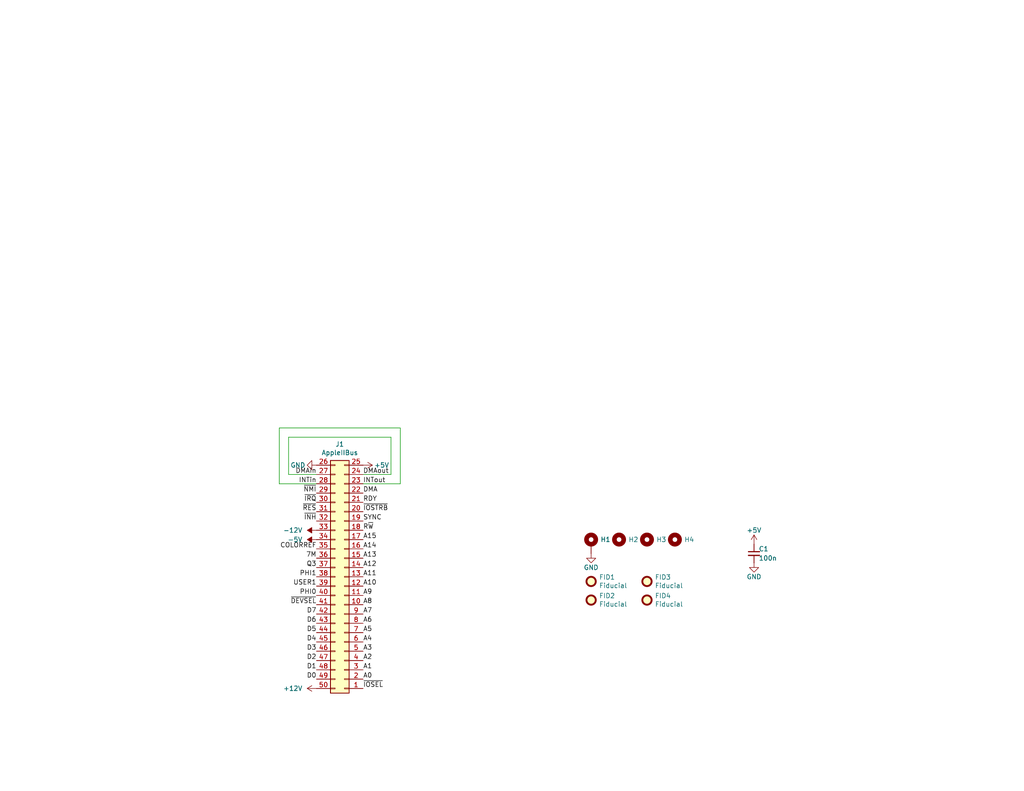
<source format=kicad_sch>
(kicad_sch (version 20230121) (generator eeschema)
  (paper "USLetter")
  (title_block (title "BUSJUMP") (date "2019-07-21") (rev "1.0") (company "Garrett's Workshop"))
  (lib_symbols
    (symbol "Connector_Generic:Conn_02x25_Counter_Clockwise" (pin_names (offset 1.016) hide)
      (property "Reference" "J" (at 1.27 33.02 0))
      (property "Value" "Conn_02x25_Counter_Clockwise" (at 1.27 -33.02 0))
      (symbol "Conn_02x25_Counter_Clockwise_1_1"
        (rectangle (start -1.27 -30.353) (end 0 -30.607) (stroke (width 0.1524)))
        (rectangle (start -1.27 -27.813) (end 0 -28.067) (stroke (width 0.1524)))
        (rectangle (start -1.27 -25.273) (end 0 -25.527) (stroke (width 0.1524)))
        (rectangle (start -1.27 -22.733) (end 0 -22.987) (stroke (width 0.1524)))
        (rectangle (start -1.27 -20.193) (end 0 -20.447) (stroke (width 0.1524)))
        (rectangle (start -1.27 -17.653) (end 0 -17.907) (stroke (width 0.1524)))
        (rectangle (start -1.27 -15.113) (end 0 -15.367) (stroke (width 0.1524)))
        (rectangle (start -1.27 -12.573) (end 0 -12.827) (stroke (width 0.1524)))
        (rectangle (start -1.27 -10.033) (end 0 -10.287) (stroke (width 0.1524)))
        (rectangle (start -1.27 -7.493) (end 0 -7.747) (stroke (width 0.1524)))
        (rectangle (start -1.27 -4.953) (end 0 -5.207) (stroke (width 0.1524)))
        (rectangle (start -1.27 -2.413) (end 0 -2.667) (stroke (width 0.1524)))
        (rectangle (start -1.27 0.127) (end 0 -0.127) (stroke (width 0.1524)))
        (rectangle (start -1.27 2.667) (end 0 2.413) (stroke (width 0.1524)))
        (rectangle (start -1.27 5.207) (end 0 4.953) (stroke (width 0.1524)))
        (rectangle (start -1.27 7.747) (end 0 7.493) (stroke (width 0.1524)))
        (rectangle (start -1.27 10.287) (end 0 10.033) (stroke (width 0.1524)))
        (rectangle (start -1.27 12.827) (end 0 12.573) (stroke (width 0.1524)))
        (rectangle (start -1.27 15.367) (end 0 15.113) (stroke (width 0.1524)))
        (rectangle (start -1.27 17.907) (end 0 17.653) (stroke (width 0.1524)))
        (rectangle (start -1.27 20.447) (end 0 20.193) (stroke (width 0.1524)))
        (rectangle (start -1.27 22.987) (end 0 22.733) (stroke (width 0.1524)))
        (rectangle (start -1.27 25.527) (end 0 25.273) (stroke (width 0.1524)))
        (rectangle (start -1.27 28.067) (end 0 27.813) (stroke (width 0.1524)))
        (rectangle (start -1.27 30.607) (end 0 30.353) (stroke (width 0.1524)))
        (rectangle (start -1.27 31.75) (end 3.81 -31.75) (stroke (width 0.254)) (fill (type background)))
        (rectangle (start 3.81 -30.353) (end 2.54 -30.607) (stroke (width 0.1524)))
        (rectangle (start 3.81 -27.813) (end 2.54 -28.067) (stroke (width 0.1524)))
        (rectangle (start 3.81 -25.273) (end 2.54 -25.527) (stroke (width 0.1524)))
        (rectangle (start 3.81 -22.733) (end 2.54 -22.987) (stroke (width 0.1524)))
        (rectangle (start 3.81 -20.193) (end 2.54 -20.447) (stroke (width 0.1524)))
        (rectangle (start 3.81 -17.653) (end 2.54 -17.907) (stroke (width 0.1524)))
        (rectangle (start 3.81 -15.113) (end 2.54 -15.367) (stroke (width 0.1524)))
        (rectangle (start 3.81 -12.573) (end 2.54 -12.827) (stroke (width 0.1524)))
        (rectangle (start 3.81 -10.033) (end 2.54 -10.287) (stroke (width 0.1524)))
        (rectangle (start 3.81 -7.493) (end 2.54 -7.747) (stroke (width 0.1524)))
        (rectangle (start 3.81 -4.953) (end 2.54 -5.207) (stroke (width 0.1524)))
        (rectangle (start 3.81 -2.413) (end 2.54 -2.667) (stroke (width 0.1524)))
        (rectangle (start 3.81 0.127) (end 2.54 -0.127) (stroke (width 0.1524)))
        (rectangle (start 3.81 2.667) (end 2.54 2.413) (stroke (width 0.1524)))
        (rectangle (start 3.81 5.207) (end 2.54 4.953) (stroke (width 0.1524)))
        (rectangle (start 3.81 7.747) (end 2.54 7.493) (stroke (width 0.1524)))
        (rectangle (start 3.81 10.287) (end 2.54 10.033) (stroke (width 0.1524)))
        (rectangle (start 3.81 12.827) (end 2.54 12.573) (stroke (width 0.1524)))
        (rectangle (start 3.81 15.367) (end 2.54 15.113) (stroke (width 0.1524)))
        (rectangle (start 3.81 17.907) (end 2.54 17.653) (stroke (width 0.1524)))
        (rectangle (start 3.81 20.447) (end 2.54 20.193) (stroke (width 0.1524)))
        (rectangle (start 3.81 22.987) (end 2.54 22.733) (stroke (width 0.1524)))
        (rectangle (start 3.81 25.527) (end 2.54 25.273) (stroke (width 0.1524)))
        (rectangle (start 3.81 28.067) (end 2.54 27.813) (stroke (width 0.1524)))
        (rectangle (start 3.81 30.607) (end 2.54 30.353) (stroke (width 0.1524)))
        (pin passive line (at -5.08 30.48 0) (length 3.81) (name "Pin_1") (number "1"))
        (pin passive line (at -5.08 7.62 0) (length 3.81) (name "Pin_10") (number "10"))
        (pin passive line (at -5.08 5.08 0) (length 3.81) (name "Pin_11") (number "11"))
        (pin passive line (at -5.08 2.54 0) (length 3.81) (name "Pin_12") (number "12"))
        (pin passive line (at -5.08 0 0) (length 3.81) (name "Pin_13") (number "13"))
        (pin passive line (at -5.08 -2.54 0) (length 3.81) (name "Pin_14") (number "14"))
        (pin passive line (at -5.08 -5.08 0) (length 3.81) (name "Pin_15") (number "15"))
        (pin passive line (at -5.08 -7.62 0) (length 3.81) (name "Pin_16") (number "16"))
        (pin passive line (at -5.08 -10.16 0) (length 3.81) (name "Pin_17") (number "17"))
        (pin passive line (at -5.08 -12.7 0) (length 3.81) (name "Pin_18") (number "18"))
        (pin passive line (at -5.08 -15.24 0) (length 3.81) (name "Pin_19") (number "19"))
        (pin passive line (at -5.08 27.94 0) (length 3.81) (name "Pin_2") (number "2"))
        (pin passive line (at -5.08 -17.78 0) (length 3.81) (name "Pin_20") (number "20"))
        (pin passive line (at -5.08 -20.32 0) (length 3.81) (name "Pin_21") (number "21"))
        (pin passive line (at -5.08 -22.86 0) (length 3.81) (name "Pin_22") (number "22"))
        (pin passive line (at -5.08 -25.4 0) (length 3.81) (name "Pin_23") (number "23"))
        (pin passive line (at -5.08 -27.94 0) (length 3.81) (name "Pin_24") (number "24"))
        (pin passive line (at -5.08 -30.48 0) (length 3.81) (name "Pin_25") (number "25"))
        (pin passive line (at 7.62 -30.48 180) (length 3.81) (name "Pin_26") (number "26"))
        (pin passive line (at 7.62 -27.94 180) (length 3.81) (name "Pin_27") (number "27"))
        (pin passive line (at 7.62 -25.4 180) (length 3.81) (name "Pin_28") (number "28"))
        (pin passive line (at 7.62 -22.86 180) (length 3.81) (name "Pin_29") (number "29"))
        (pin passive line (at -5.08 25.4 0) (length 3.81) (name "Pin_3") (number "3"))
        (pin passive line (at 7.62 -20.32 180) (length 3.81) (name "Pin_30") (number "30"))
        (pin passive line (at 7.62 -17.78 180) (length 3.81) (name "Pin_31") (number "31"))
        (pin passive line (at 7.62 -15.24 180) (length 3.81) (name "Pin_32") (number "32"))
        (pin passive line (at 7.62 -12.7 180) (length 3.81) (name "Pin_33") (number "33"))
        (pin passive line (at 7.62 -10.16 180) (length 3.81) (name "Pin_34") (number "34"))
        (pin passive line (at 7.62 -7.62 180) (length 3.81) (name "Pin_35") (number "35"))
        (pin passive line (at 7.62 -5.08 180) (length 3.81) (name "Pin_36") (number "36"))
        (pin passive line (at 7.62 -2.54 180) (length 3.81) (name "Pin_37") (number "37"))
        (pin passive line (at 7.62 0 180) (length 3.81) (name "Pin_38") (number "38"))
        (pin passive line (at 7.62 2.54 180) (length 3.81) (name "Pin_39") (number "39"))
        (pin passive line (at -5.08 22.86 0) (length 3.81) (name "Pin_4") (number "4"))
        (pin passive line (at 7.62 5.08 180) (length 3.81) (name "Pin_40") (number "40"))
        (pin passive line (at 7.62 7.62 180) (length 3.81) (name "Pin_41") (number "41"))
        (pin passive line (at 7.62 10.16 180) (length 3.81) (name "Pin_42") (number "42"))
        (pin passive line (at 7.62 12.7 180) (length 3.81) (name "Pin_43") (number "43"))
        (pin passive line (at 7.62 15.24 180) (length 3.81) (name "Pin_44") (number "44"))
        (pin passive line (at 7.62 17.78 180) (length 3.81) (name "Pin_45") (number "45"))
        (pin passive line (at 7.62 20.32 180) (length 3.81) (name "Pin_46") (number "46"))
        (pin passive line (at 7.62 22.86 180) (length 3.81) (name "Pin_47") (number "47"))
        (pin passive line (at 7.62 25.4 180) (length 3.81) (name "Pin_48") (number "48"))
        (pin passive line (at 7.62 27.94 180) (length 3.81) (name "Pin_49") (number "49"))
        (pin passive line (at -5.08 20.32 0) (length 3.81) (name "Pin_5") (number "5"))
        (pin passive line (at 7.62 30.48 180) (length 3.81) (name "Pin_50") (number "50"))
        (pin passive line (at -5.08 17.78 0) (length 3.81) (name "Pin_6") (number "6"))
        (pin passive line (at -5.08 15.24 0) (length 3.81) (name "Pin_7") (number "7"))
        (pin passive line (at -5.08 12.7 0) (length 3.81) (name "Pin_8") (number "8"))
        (pin passive line (at -5.08 10.16 0) (length 3.81) (name "Pin_9") (number "9"))
      )
    )
    (symbol "Device:C_Small" (pin_numbers hide) (pin_names (offset 0.254) hide)
      (property "Reference" "C" (at 0.254 1.778 0))
      (property "Value" "C_Small" (at 0.254 -2.032 0))
      (symbol "C_Small_0_1"
        (polyline (pts (xy -1.524 -0.508) (xy 1.524 -0.508)) (stroke (width 0.3302)))
        (polyline (pts (xy -1.524 0.508) (xy 1.524 0.508)) (stroke (width 0.3048)))
      )
      (symbol "C_Small_1_1"
        (pin passive line (at 0 2.54 270) (length 2.032) (name "~") (number "1"))
        (pin passive line (at 0 -2.54 90) (length 2.032) (name "~") (number "2"))
      )
    )
    (symbol "Mechanical:Fiducial"
      (property "Reference" "FID" (at 0 5.08 0))
      (property "Value" "Fiducial" (at 0 3.175 0))
      (symbol "Fiducial_0_1"
        (circle (center 0 0) (radius 1.27) (stroke (width 0.508)) (fill (type background)))
      )
    )
    (symbol "Mechanical:MountingHole" (pin_names (offset 1.016))
      (property "Reference" "H" (at 0 5.08 0))
      (property "Value" "MountingHole" (at 0 3.175 0))
      (symbol "MountingHole_0_1"
        (circle (center 0 0) (radius 1.27) (stroke (width 1.27)))
      )
    )
    (symbol "Mechanical:MountingHole_Pad" (pin_numbers hide) (pin_names (offset 1.016) hide)
      (property "Reference" "H" (at 0 6.35 0))
      (property "Value" "MountingHole_Pad" (at 0 4.445 0))
      (symbol "MountingHole_Pad_0_1"
        (circle (center 0 1.27) (radius 1.27) (stroke (width 1.27)))
      )
      (symbol "MountingHole_Pad_1_1"
        (pin input line (at 0 -2.54 90) (length 2.54) (name "1") (number "1"))
      )
    )
    (symbol "power:+12V" (power) (pin_names (offset 0))
      (property "Value" "+12V" (at 0 3.556 0))
      (symbol "+12V_0_1"
        (polyline (pts (xy -0.762 1.27) (xy 0 2.54)))
        (polyline (pts (xy 0 0) (xy 0 2.54)))
        (polyline (pts (xy 0 2.54) (xy 0.762 1.27)))
      )
      (symbol "+12V_1_1"
        (pin power_in line (at 0 0 90) (length 0) hide (name "+12V") (number "1"))
      )
    )
    (symbol "power:+5V" (power) (pin_names (offset 0))
      (property "Value" "+5V" (at 0 3.556 0))
      (symbol "+5V_0_1"
        (polyline (pts (xy -0.762 1.27) (xy 0 2.54)))
        (polyline (pts (xy 0 0) (xy 0 2.54)))
        (polyline (pts (xy 0 2.54) (xy 0.762 1.27)))
      )
      (symbol "+5V_1_1"
        (pin power_in line (at 0 0 90) (length 0) hide (name "+5V") (number "1"))
      )
    )
    (symbol "power:-12V" (power) (pin_names (offset 0))
      (property "Value" "-12V" (at 0 3.81 0))
      (symbol "-12V_0_0"
        (pin power_in line (at 0 0 90) (length 0) hide (name "-12V") (number "1"))
      )
      (symbol "-12V_0_1"
        (polyline (pts (xy 0 0) (xy 0 1.27) (xy 0.762 1.27) (xy 0 2.54) (xy -0.762 1.27) (xy 0 1.27)) (fill (type outline)))
      )
    )
    (symbol "power:-5V" (power) (pin_names (offset 0))
      (property "Value" "-5V" (at 0 3.81 0))
      (symbol "-5V_0_0"
        (pin power_in line (at 0 0 90) (length 0) hide (name "-5V") (number "1"))
      )
      (symbol "-5V_0_1"
        (polyline (pts (xy 0 0) (xy 0 1.27) (xy 0.762 1.27) (xy 0 2.54) (xy -0.762 1.27) (xy 0 1.27)) (fill (type outline)))
      )
    )
    (symbol "power:GND" (power) (pin_names (offset 0))
      (property "Value" "GND" (at 0 -3.81 0))
      (symbol "GND_0_1"
        (polyline (pts (xy 0 0) (xy 0 -1.27) (xy 1.27 -1.27) (xy 0 -2.54) (xy -1.27 -1.27) (xy 0 -1.27)))
      )
      (symbol "GND_1_1"
        (pin power_in line (at 0 0 270) (length 0) hide (name "GND") (number "1"))
      )
    )
  )
  (wire (pts (xy 106.68 119.38) (xy 106.68 129.54)))
  (wire (pts (xy 76.2 116.84) (xy 109.22 116.84)))
  (wire (pts (xy 86.36 129.54) (xy 78.74 129.54)))
  (wire (pts (xy 78.74 119.38) (xy 106.68 119.38)))
  (wire (pts (xy 106.68 129.54) (xy 99.06 129.54)))
  (wire (pts (xy 76.2 132.08) (xy 76.2 116.84)))
  (wire (pts (xy 109.22 116.84) (xy 109.22 132.08)))
  (wire (pts (xy 86.36 132.08) (xy 76.2 132.08)))
  (wire (pts (xy 78.74 129.54) (xy 78.74 119.38)))
  (wire (pts (xy 109.22 132.08) (xy 99.06 132.08)))
  (label "D3" (at 86.36 177.8 180))
  (label "A15" (at 99.06 147.32 0))
  (label "INTout" (at 99.06 132.08 0))
  (label "A8" (at 99.06 165.1 0))
  (label "R~{W}" (at 99.06 144.78 0))
  (label "Q3" (at 86.36 154.94 180))
  (label "~{RES}" (at 86.36 139.7 180))
  (label "A0" (at 99.06 185.42 0))
  (label "A9" (at 99.06 162.56 0))
  (label "SYNC" (at 99.06 142.24 0))
  (label "A10" (at 99.06 160.02 0))
  (label "A13" (at 99.06 152.4 0))
  (label "~{IOSEL}" (at 99.06 187.96 0))
  (label "A14" (at 99.06 149.86 0))
  (label "A7" (at 99.06 167.64 0))
  (label "~{IRQ}" (at 86.36 137.16 180))
  (label "DMA" (at 99.06 134.62 0))
  (label "A4" (at 99.06 175.26 0))
  (label "D1" (at 86.36 182.88 180))
  (label "USER1" (at 86.36 160.02 180))
  (label "INTin" (at 86.36 132.08 180))
  (label "D5" (at 86.36 172.72 180))
  (label "PHI1" (at 86.36 157.48 180))
  (label "~{IOSTRB}" (at 99.06 139.7 0))
  (label "7M" (at 86.36 152.4 180))
  (label "A3" (at 99.06 177.8 0))
  (label "~{DEVSEL}" (at 86.36 165.1 180))
  (label "~{INH}" (at 86.36 142.24 180))
  (label "RDY" (at 99.06 137.16 0))
  (label "D4" (at 86.36 175.26 180))
  (label "COLORREF" (at 86.36 149.86 180))
  (label "A5" (at 99.06 172.72 0))
  (label "D0" (at 86.36 185.42 180))
  (label "A11" (at 99.06 157.48 0))
  (label "~{NMI}" (at 86.36 134.62 180))
  (label "PHI0" (at 86.36 162.56 180))
  (label "D6" (at 86.36 170.18 180))
  (label "A6" (at 99.06 170.18 0))
  (label "DMAout" (at 99.06 129.54 0))
  (label "D2" (at 86.36 180.34 180))
  (label "A2" (at 99.06 180.34 0))
  (label "A12" (at 99.06 154.94 0))
  (label "D7" (at 86.36 167.64 180))
  (label "DMAin" (at 86.36 129.54 180))
  (label "A1" (at 99.06 182.88 0))
  (symbol (lib_id "Connector_Generic:Conn_02x25_Counter_Clockwise") (at 93.98 157.48 180) (unit 1)
    (property "Reference" "J1" (at 92.71 121.285 0))
    (property "Value" "AppleIIBus" (at 92.71 123.5964 0))
    (property "Footprint" "stdpads:AppleIIBus_Edge" (effects hide))
  )
  (symbol (lib_id "power:-12V") (at 86.36 144.78 90) (unit 1)
    (property "Reference" "#PWR0102" (effects hide))
    (property "Value" "-12V" (at 82.55 144.78 90) (effects (justify left)))
  )
  (symbol (lib_id "power:-5V") (at 86.36 147.32 90) (unit 1)
    (property "Reference" "#PWR0101" (effects hide))
    (property "Value" "-5V" (at 82.55 147.32 90) (effects (justify left)))
  )
  (symbol (lib_id "power:+12V") (at 86.36 187.96 90) (unit 1)
    (property "Reference" "#PWR0103" (effects hide))
    (property "Value" "+12V" (at 82.55 187.96 90) (effects (justify left)))
  )
  (symbol (lib_id "power:GND") (at 86.36 127 270) (mirror x) (unit 1)
    (property "Reference" "#PWR0108" (effects hide))
    (property "Value" "GND" (at 81.28 127 90))
  )
  (symbol (lib_id "power:+5V") (at 99.06 127 270) (unit 1)
    (property "Reference" "#PWR0109" (effects hide))
    (property "Value" "+5V" (at 104.14 127 90))
  )
  (symbol (lib_id "power:GND") (at 161.29 151.13 0) (unit 1)
    (property "Reference" "#PWR0104" (effects hide))
    (property "Value" "GND" (at 161.29 154.94 0))
  )
  (symbol (lib_id "Device:C_Small") (at 205.74 151.13 0) (unit 1)
    (property "Reference" "C1" (at 207.01 149.86 0) (effects (justify left)))
    (property "Value" "100n" (at 207.01 152.4 0) (effects (justify left)))
    (property "Footprint" "stdpads:C_0805" (effects hide))
  )
  (symbol (lib_id "power:GND") (at 205.74 153.67 0) (unit 1)
    (property "Reference" "#PWR0110" (effects hide))
    (property "Value" "GND" (at 205.74 157.48 0))
  )
  (symbol (lib_id "Mechanical:Fiducial") (at 161.29 158.75 0) (unit 1)
    (property "Reference" "FID1" (at 163.449 157.5816 0) (effects (justify left)))
    (property "Value" "Fiducial" (at 163.449 159.893 0) (effects (justify left)))
    (property "Footprint" "stdpads:Fiducial" (effects hide))
  )
  (symbol (lib_id "Mechanical:Fiducial") (at 161.29 163.83 0) (unit 1)
    (property "Reference" "FID2" (at 163.449 162.6616 0) (effects (justify left)))
    (property "Value" "Fiducial" (at 163.449 164.973 0) (effects (justify left)))
    (property "Footprint" "stdpads:Fiducial" (effects hide))
  )
  (symbol (lib_id "Mechanical:Fiducial") (at 176.53 163.83 0) (unit 1)
    (property "Reference" "FID4" (at 178.689 162.6616 0) (effects (justify left)))
    (property "Value" "Fiducial" (at 178.689 164.973 0) (effects (justify left)))
    (property "Footprint" "stdpads:Fiducial" (effects hide))
  )
  (symbol (lib_id "Mechanical:Fiducial") (at 176.53 158.75 0) (unit 1)
    (property "Reference" "FID3" (at 178.689 157.5816 0) (effects (justify left)))
    (property "Value" "Fiducial" (at 178.689 159.893 0) (effects (justify left)))
    (property "Footprint" "stdpads:Fiducial" (effects hide))
  )
  (symbol (lib_id "Mechanical:MountingHole") (at 168.91 147.32 0) (unit 1)
    (property "Reference" "H2" (at 171.45 147.32 0) (effects (justify left)))
    (property "Value" " " (effects hide))
    (property "Footprint" "stdpads:PasteHole_1.05mm_NPTH" (effects hide))
  )
  (symbol (lib_id "Mechanical:MountingHole") (at 176.53 147.32 0) (unit 1)
    (property "Reference" "H3" (at 179.07 147.32 0) (effects (justify left)))
    (property "Value" " " (effects hide))
    (property "Footprint" "stdpads:PasteHole_1.05mm_NPTH" (effects hide))
  )
  (symbol (lib_id "Mechanical:MountingHole") (at 184.15 147.32 0) (unit 1)
    (property "Reference" "H4" (at 186.69 147.32 0) (effects (justify left)))
    (property "Value" " " (effects hide))
    (property "Footprint" "stdpads:PasteHole_1.05mm_NPTH" (effects hide))
  )
  (symbol (lib_id "power:+5V") (at 205.74 148.59 0) (unit 1)
    (property "Reference" "#PWR0120" (effects hide))
    (property "Value" "+5V" (at 205.74 144.78 0))
  )
  (symbol (lib_id "Mechanical:MountingHole_Pad") (at 161.29 148.59 0) (unit 1)
    (property "Reference" "H1" (at 163.83 147.2946 0) (effects (justify left)))
    (property "Value" " " (effects hide))
    (property "Footprint" "stdpads:PasteHole_1.05mm_PTH" (effects hide))
  )
)
</source>
